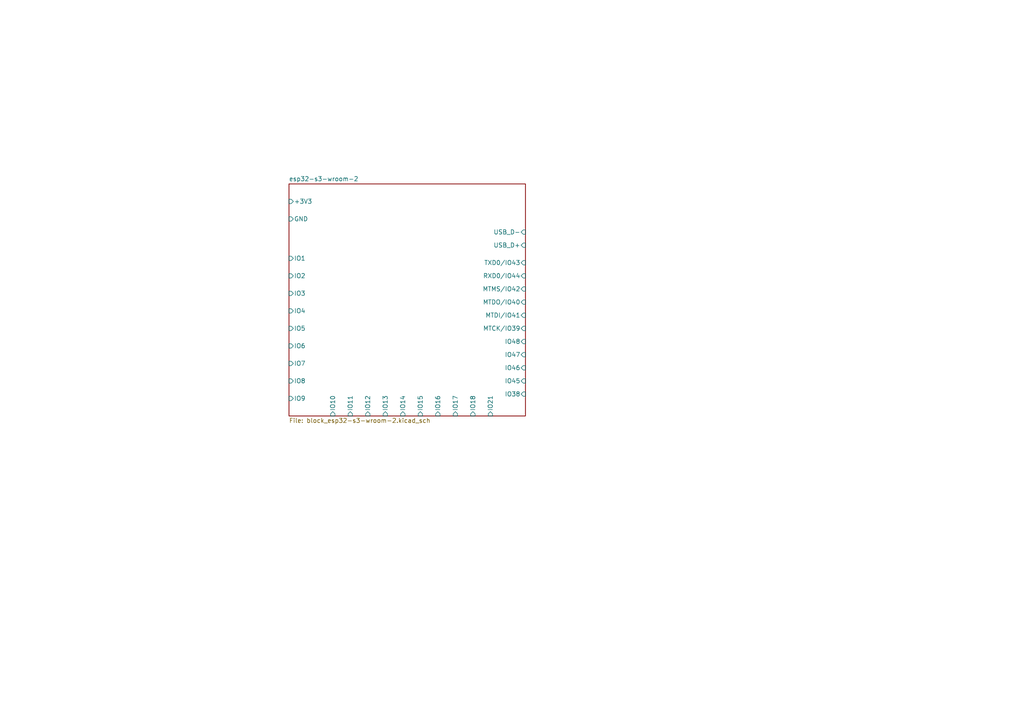
<source format=kicad_sch>
(kicad_sch
	(version 20250114)
	(generator "eeschema")
	(generator_version "9.0")
	(uuid "2b66d0cb-ee88-4f16-bd13-ca6704331a98")
	(paper "A4")
	(lib_symbols)
	(sheet
		(at 83.82 53.34)
		(size 68.58 67.31)
		(exclude_from_sim no)
		(in_bom yes)
		(on_board yes)
		(dnp no)
		(fields_autoplaced yes)
		(stroke
			(width 0.1524)
			(type solid)
		)
		(fill
			(color 0 0 0 0.0000)
		)
		(uuid "20e74f70-5ed9-4cb7-99f3-ee3dcb0785e5")
		(property "Sheetname" "esp32-s3-wroom-2"
			(at 83.82 52.6284 0)
			(effects
				(font
					(size 1.27 1.27)
				)
				(justify left bottom)
			)
		)
		(property "Sheetfile" "block_esp32-s3-wroom-2.kicad_sch"
			(at 83.82 121.2346 0)
			(effects
				(font
					(size 1.27 1.27)
				)
				(justify left top)
			)
		)
		(pin "+3V3" input
			(at 83.82 58.42 180)
			(uuid "57a344eb-8cab-4224-b610-4906013723e9")
			(effects
				(font
					(size 1.27 1.27)
				)
				(justify left)
			)
		)
		(pin "GND" input
			(at 83.82 63.5 180)
			(uuid "e9df5f8a-9862-4f6f-a688-f49866e34bf0")
			(effects
				(font
					(size 1.27 1.27)
				)
				(justify left)
			)
		)
		(pin "IO1" input
			(at 83.82 74.93 180)
			(uuid "121323ef-0a3a-4b38-9d29-1acf8ef320eb")
			(effects
				(font
					(size 1.27 1.27)
				)
				(justify left)
			)
		)
		(pin "IO2" input
			(at 83.82 80.01 180)
			(uuid "60baca34-5b5b-4eb2-891c-8e679411b08e")
			(effects
				(font
					(size 1.27 1.27)
				)
				(justify left)
			)
		)
		(pin "IO3" input
			(at 83.82 85.09 180)
			(uuid "5e97bd9e-62e3-440e-b413-921fb9806a6d")
			(effects
				(font
					(size 1.27 1.27)
				)
				(justify left)
			)
		)
		(pin "IO4" input
			(at 83.82 90.17 180)
			(uuid "84a6f608-93eb-44f1-8a84-c99a9e93c113")
			(effects
				(font
					(size 1.27 1.27)
				)
				(justify left)
			)
		)
		(pin "IO5" input
			(at 83.82 95.25 180)
			(uuid "f43fbd65-1daf-4234-a36e-cb38ed74f090")
			(effects
				(font
					(size 1.27 1.27)
				)
				(justify left)
			)
		)
		(pin "IO6" input
			(at 83.82 100.33 180)
			(uuid "594e606e-58e1-42fd-85c0-71d0a8e826e1")
			(effects
				(font
					(size 1.27 1.27)
				)
				(justify left)
			)
		)
		(pin "IO7" input
			(at 83.82 105.41 180)
			(uuid "daef75c0-8e56-4488-be25-21d22dec0c90")
			(effects
				(font
					(size 1.27 1.27)
				)
				(justify left)
			)
		)
		(pin "IO8" input
			(at 83.82 110.49 180)
			(uuid "7ba536ab-f0e5-4c3d-a946-54056e2ac1fa")
			(effects
				(font
					(size 1.27 1.27)
				)
				(justify left)
			)
		)
		(pin "IO9" input
			(at 83.82 115.57 180)
			(uuid "a1968509-c4b8-4cb2-a28e-3f5438022a17")
			(effects
				(font
					(size 1.27 1.27)
				)
				(justify left)
			)
		)
		(pin "IO10" input
			(at 96.52 120.65 270)
			(uuid "261a4e30-8bbd-4de6-87a5-cd146042cf59")
			(effects
				(font
					(size 1.27 1.27)
				)
				(justify left)
			)
		)
		(pin "IO11" input
			(at 101.6 120.65 270)
			(uuid "6be5f383-dc30-4fcb-a82a-17b7359fede9")
			(effects
				(font
					(size 1.27 1.27)
				)
				(justify left)
			)
		)
		(pin "IO12" input
			(at 106.68 120.65 270)
			(uuid "07c5f8eb-b491-4308-8531-f87e500a222e")
			(effects
				(font
					(size 1.27 1.27)
				)
				(justify left)
			)
		)
		(pin "IO13" input
			(at 111.76 120.65 270)
			(uuid "9999a7af-5327-43a6-bb56-385a5364e6d4")
			(effects
				(font
					(size 1.27 1.27)
				)
				(justify left)
			)
		)
		(pin "IO14" input
			(at 116.84 120.65 270)
			(uuid "dda233d7-f62b-47bc-b69b-80840a3f359d")
			(effects
				(font
					(size 1.27 1.27)
				)
				(justify left)
			)
		)
		(pin "IO15" input
			(at 121.92 120.65 270)
			(uuid "566547ef-4927-4b7f-8cd9-5892f8c151e2")
			(effects
				(font
					(size 1.27 1.27)
				)
				(justify left)
			)
		)
		(pin "IO16" input
			(at 127 120.65 270)
			(uuid "5428ef51-b3cb-492a-8aa7-c74b08695cbb")
			(effects
				(font
					(size 1.27 1.27)
				)
				(justify left)
			)
		)
		(pin "IO17" input
			(at 132.08 120.65 270)
			(uuid "abfcd1cc-0f04-4632-8be0-09c83114e5f8")
			(effects
				(font
					(size 1.27 1.27)
				)
				(justify left)
			)
		)
		(pin "IO18" input
			(at 137.16 120.65 270)
			(uuid "39102365-0d79-4d70-b8a8-d66a54b367b1")
			(effects
				(font
					(size 1.27 1.27)
				)
				(justify left)
			)
		)
		(pin "IO21" input
			(at 142.24 120.65 270)
			(uuid "562efea0-08d8-4036-9ca4-eb2c8f414a5e")
			(effects
				(font
					(size 1.27 1.27)
				)
				(justify left)
			)
		)
		(pin "IO38" input
			(at 152.4 114.3 0)
			(uuid "f9949923-ea3e-4560-81a7-aca6b0f8a0c5")
			(effects
				(font
					(size 1.27 1.27)
				)
				(justify right)
			)
		)
		(pin "IO45" input
			(at 152.4 110.49 0)
			(uuid "ac06ce6b-e38e-465f-b767-98f4073bb107")
			(effects
				(font
					(size 1.27 1.27)
				)
				(justify right)
			)
		)
		(pin "IO46" input
			(at 152.4 106.68 0)
			(uuid "ffe5b114-5994-4f8e-a5d7-657a32f04069")
			(effects
				(font
					(size 1.27 1.27)
				)
				(justify right)
			)
		)
		(pin "IO47" input
			(at 152.4 102.87 0)
			(uuid "3d3527be-7552-4d7c-b377-678b1f8a9329")
			(effects
				(font
					(size 1.27 1.27)
				)
				(justify right)
			)
		)
		(pin "IO48" input
			(at 152.4 99.06 0)
			(uuid "f33dbf48-43aa-4d50-be8b-97198ab11a7f")
			(effects
				(font
					(size 1.27 1.27)
				)
				(justify right)
			)
		)
		(pin "MTCK{slash}IO39" input
			(at 152.4 95.25 0)
			(uuid "d7fdc3e9-e8c1-47e1-9a29-366f840f4f12")
			(effects
				(font
					(size 1.27 1.27)
				)
				(justify right)
			)
		)
		(pin "MTDI{slash}IO41" input
			(at 152.4 91.44 0)
			(uuid "29e03098-223b-4025-9c6d-5672957c5c64")
			(effects
				(font
					(size 1.27 1.27)
				)
				(justify right)
			)
		)
		(pin "MTDO{slash}IO40" input
			(at 152.4 87.63 0)
			(uuid "55c9efd4-0854-435a-b573-8ed6251739a7")
			(effects
				(font
					(size 1.27 1.27)
				)
				(justify right)
			)
		)
		(pin "MTMS{slash}IO42" input
			(at 152.4 83.82 0)
			(uuid "5304d23d-7645-48ad-beaf-84b9626b3d05")
			(effects
				(font
					(size 1.27 1.27)
				)
				(justify right)
			)
		)
		(pin "RXD0{slash}IO44" input
			(at 152.4 80.01 0)
			(uuid "56b94d9f-2ba9-4d0b-ad89-f18d685ac767")
			(effects
				(font
					(size 1.27 1.27)
				)
				(justify right)
			)
		)
		(pin "TXD0{slash}IO43" input
			(at 152.4 76.2 0)
			(uuid "76c13035-b0b7-4237-9789-fa7e1ae0814b")
			(effects
				(font
					(size 1.27 1.27)
				)
				(justify right)
			)
		)
		(pin "USB_D+" input
			(at 152.4 71.12 0)
			(uuid "04df3eb6-26c8-42b6-8372-066dc852e165")
			(effects
				(font
					(size 1.27 1.27)
				)
				(justify right)
			)
		)
		(pin "USB_D-" input
			(at 152.4 67.31 0)
			(uuid "6f00477f-da7a-4f9a-a918-4391ca2ac999")
			(effects
				(font
					(size 1.27 1.27)
				)
				(justify right)
			)
		)
		(instances
			(project "esp32-s3-wroom-2"
				(path "/2b66d0cb-ee88-4f16-bd13-ca6704331a98"
					(page "2")
				)
			)
		)
	)
	(sheet_instances
		(path "/"
			(page "1")
		)
	)
	(embedded_fonts no)
)

</source>
